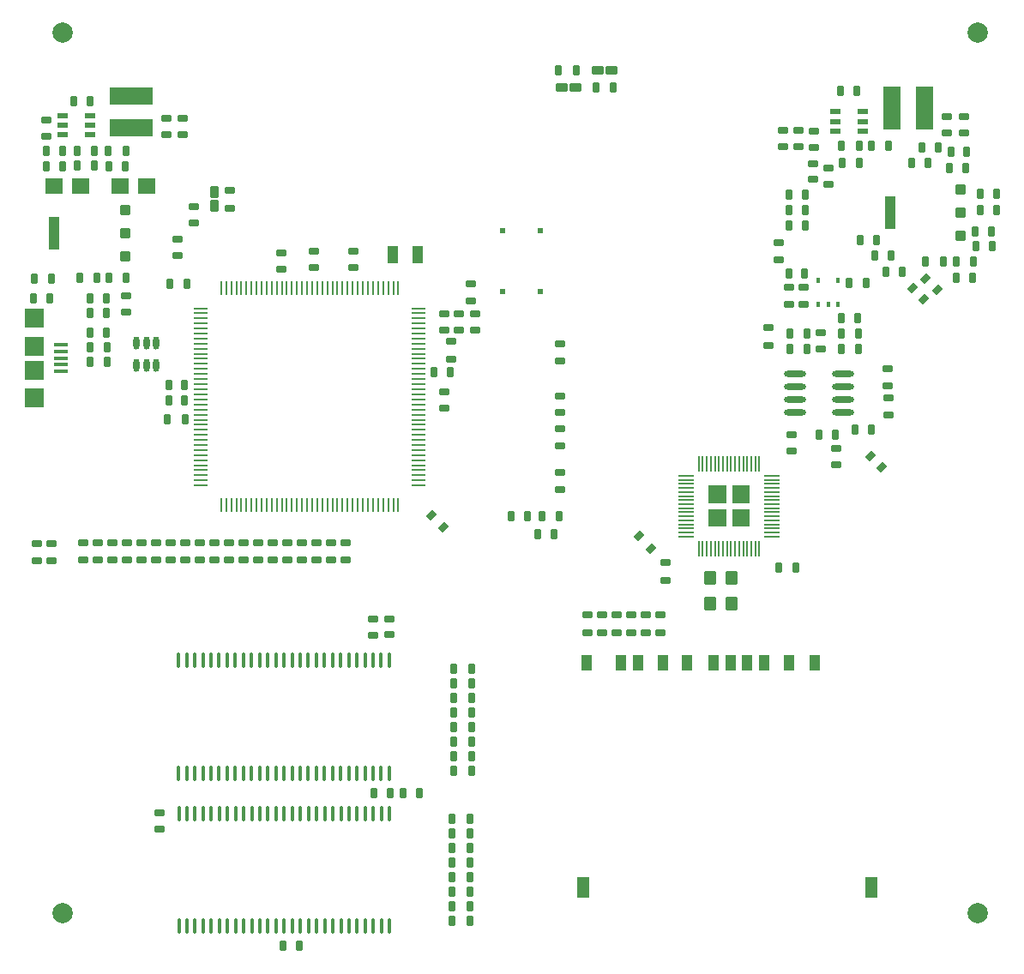
<source format=gtp>
G04 ================== begin FILE IDENTIFICATION RECORD ==================*
G04 Layout Name:  Beamforming_PCB_Ver1_0_1.brd*
G04 Film Name:    paste_top*
G04 File Format:  Gerber RS274X*
G04 File Origin:  Cadence Allegro 16.6-2015-S066*
G04 Origin Date:  Thu Mar 18 00:04:30 2021*
G04 *
G04 Layer:  VIA CLASS/PASTEMASK_TOP*
G04 Layer:  PIN/PASTEMASK_TOP*
G04 Layer:  PACKAGE GEOMETRY/PASTEMASK_TOP*
G04 *
G04 Offset:    (0.00 0.00)*
G04 Mirror:    No*
G04 Mode:      Positive*
G04 Rotation:  0*
G04 FullContactRelief:  No*
G04 UndefLineWidth:     0.00*
G04 ================== end FILE IDENTIFICATION RECORD ====================*
%FSLAX25Y25*MOIN*%
%IR0*IPPOS*OFA0.00000B0.00000*MIA0B0*SFA1.00000B1.00000*%
%AMMACRO16*
4,1,40,-.03051,-.02921,
.03051,-.02921,
.031194,-.029151,
.031857,-.028974,
.032479,-.028684,
.033041,-.028291,
.033527,-.027806,
.033921,-.027245,
.034211,-.026623,
.03439,-.02596,
.03445,-.02528,
.03445,.02528,
.034389,.025963,
.03421,.026626,
.033919,.027247,
.033525,.027809,
.033039,.028293,
.032476,.028686,
.031854,.028975,
.031191,.029151,
.03051,.02921,
-.03051,.02921,
-.031194,.029151,
-.031857,.028974,
-.032479,.028684,
-.033041,.028291,
-.033527,.027806,
-.033921,.027245,
-.034211,.026623,
-.03439,.02596,
-.03445,.02528,
-.03445,-.02528,
-.034389,-.025963,
-.03421,-.026626,
-.033919,-.027247,
-.033525,-.027809,
-.033039,-.028293,
-.032476,-.028686,
-.031854,-.028975,
-.031191,-.029151,
-.03051,-.02921,
0.0*
%
%ADD16MACRO16*%
%AMMACRO39*
4,1,38,.00394,.02559,
.00394,-.02559,
.00388,-.026274,
.003702,-.026938,
.003412,-.02756,
.003018,-.028123,
.002532,-.028608,
.00197,-.029002,
.001347,-.029292,
.000684,-.02947,
0.0,-.02953,
-.000684,-.02947,
-.001348,-.029292,
-.00197,-.029002,
-.002533,-.028608,
-.003018,-.028122,
-.003412,-.02756,
-.003702,-.026937,
-.00388,-.026274,
-.00394,-.02559,
-.00394,.02559,
-.00388,.026274,
-.003702,.026938,
-.003412,.02756,
-.003018,.028123,
-.002532,.028608,
-.00197,.029002,
-.001347,.029292,
-.000684,.02947,
0.0,.02953,
.000684,.02947,
.001348,.029292,
.00197,.029002,
.002533,.028608,
.003018,.028122,
.003412,.02756,
.003702,.026937,
.00388,.026274,
.00394,.02559,
0.0*
%
%ADD39MACRO39*%
%AMMACRO38*
4,1,38,.02559,-.00394,
-.02559,-.00394,
-.026274,-.00388,
-.026938,-.003702,
-.02756,-.003412,
-.028123,-.003018,
-.028608,-.002532,
-.029002,-.00197,
-.029292,-.001347,
-.02947,-.000684,
-.02953,0.0,
-.02947,.000684,
-.029292,.001348,
-.029002,.00197,
-.028608,.002533,
-.028122,.003018,
-.02756,.003412,
-.026937,.003702,
-.026274,.00388,
-.02559,.00394,
.02559,.00394,
.026274,.00388,
.026938,.003702,
.02756,.003412,
.028123,.003018,
.028608,.002532,
.029002,.00197,
.029292,.001347,
.02947,.000684,
.02953,0.0,
.02947,-.000684,
.029292,-.001348,
.029002,-.00197,
.028608,-.002533,
.028122,-.003018,
.02756,-.003412,
.026937,-.003702,
.026274,-.00388,
.02559,-.00394,
0.0*
%
%ADD38MACRO38*%
%ADD17C,.07874*%
%ADD23R,.16535X.07087*%
%ADD46R,.07087X.16535*%
%AMMACRO34*
4,1,44,.0187,.01575,
-.0187,.01575,
-.019384,.01569,
-.020047,.015513,
-.020669,.015223,
-.021232,.01483,
-.021718,.014344,
-.022112,.013782,
-.022402,.01316,
-.02258,.012497,
-.02264,.011813,
-.02264,.01181,
-.02264,-.01181,
-.02258,-.012494,
-.022403,-.013157,
-.022113,-.013779,
-.02172,-.014342,
-.021234,-.014828,
-.020672,-.015222,
-.02005,-.015512,
-.019387,-.01569,
-.018703,-.01575,
-.0187,-.01575,
.0187,-.01575,
.019384,-.01569,
.020047,-.015513,
.020669,-.015223,
.021232,-.01483,
.021718,-.014344,
.022112,-.013782,
.022402,-.01316,
.02258,-.012497,
.02264,-.011813,
.02264,-.01181,
.02264,.01181,
.02258,.012494,
.022403,.013157,
.022113,.013779,
.02172,.014342,
.021234,.014828,
.020672,.015222,
.02005,.015512,
.019387,.01569,
.018703,.01575,
.0187,.01575,
0.0*
%
%ADD34MACRO34*%
%AMMACRO29*
4,1,44,-.01575,.0187,
-.01575,-.0187,
-.01569,-.019384,
-.015513,-.020047,
-.015223,-.020669,
-.01483,-.021232,
-.014344,-.021718,
-.013782,-.022112,
-.01316,-.022402,
-.012497,-.02258,
-.011813,-.02264,
-.01181,-.02264,
.01181,-.02264,
.012494,-.02258,
.013157,-.022403,
.013779,-.022113,
.014342,-.02172,
.014828,-.021234,
.015222,-.020672,
.015512,-.02005,
.01569,-.019387,
.01575,-.018703,
.01575,-.0187,
.01575,.0187,
.01569,.019384,
.015513,.020047,
.015223,.020669,
.01483,.021232,
.014344,.021718,
.013782,.022112,
.01316,.022402,
.012497,.02258,
.011813,.02264,
.01181,.02264,
-.01181,.02264,
-.012494,.02258,
-.013157,.022403,
-.013779,.022113,
-.014342,.02172,
-.014828,.021234,
-.015222,.020672,
-.015512,.02005,
-.01569,.019387,
-.01575,.018703,
-.01575,.0187,
0.0*
%
%ADD29MACRO29*%
%AMMACRO32*
4,1,44,-.01865,-.00752,
-.00752,-.01865,
-.006991,-.019088,
-.006398,-.019432,
-.005753,-.019667,
-.005078,-.019787,
-.004392,-.019788,
-.003716,-.019669,
-.003072,-.019436,
-.002477,-.019093,
-.001951,-.018653,
-.00195,-.01865,
.01865,.00195,
.019092,.002475,
.019434,.003069,
.019669,.003714,
.019788,.004389,
.019787,.005075,
.019668,.005751,
.019433,.006395,
.01909,.006989,
.018648,.007514,
.01865,.00752,
.00752,.01865,
.006991,.019088,
.006398,.019432,
.005753,.019667,
.005078,.019787,
.004392,.019788,
.003716,.019669,
.003072,.019436,
.002477,.019093,
.001951,.018653,
.00195,.01865,
-.01865,-.00195,
-.019092,-.002475,
-.019434,-.003069,
-.019669,-.003714,
-.019788,-.004389,
-.019787,-.005075,
-.019668,-.005751,
-.019433,-.006395,
-.01909,-.006989,
-.018648,-.007514,
-.01865,-.00752,
0.0*
%
%ADD32MACRO32*%
%AMMACRO22*
4,1,40,-.0185,.00787,
-.0185,-.00787,
-.018441,-.008553,
-.018264,-.009216,
-.017975,-.009838,
-.017582,-.010401,
-.017098,-.010886,
-.016536,-.01128,
-.015915,-.011571,
-.015253,-.011749,
-.01457,-.01181,
.01457,-.01181,
.015253,-.011749,
.015916,-.011571,
.016537,-.01128,
.017098,-.010886,
.017583,-.0104,
.017975,-.009838,
.018264,-.009216,
.018441,-.008553,
.0185,-.00787,
.0185,.00787,
.018441,.008553,
.018264,.009216,
.017975,.009838,
.017582,.010401,
.017098,.010886,
.016536,.01128,
.015915,.011571,
.015253,.011749,
.01457,.01181,
-.01457,.01181,
-.015253,.011749,
-.015916,.011571,
-.016537,.01128,
-.017098,.010886,
-.017583,.0104,
-.017975,.009838,
-.018264,.009216,
-.018441,.008553,
-.0185,.00787,
0.0*
%
%ADD22MACRO22*%
%AMMACRO20*
4,1,40,.00787,.0185,
-.00787,.0185,
-.008553,.018441,
-.009216,.018264,
-.009838,.017975,
-.010401,.017582,
-.010886,.017098,
-.01128,.016536,
-.011571,.015915,
-.011749,.015253,
-.01181,.01457,
-.01181,-.01457,
-.011749,-.015253,
-.011571,-.015916,
-.01128,-.016537,
-.010886,-.017098,
-.0104,-.017583,
-.009838,-.017975,
-.009216,-.018264,
-.008553,-.018441,
-.00787,-.0185,
.00787,-.0185,
.008553,-.018441,
.009216,-.018264,
.009838,-.017975,
.010401,-.017582,
.010886,-.017098,
.01128,-.016536,
.011571,-.015915,
.011749,-.015253,
.01181,-.01457,
.01181,.01457,
.011749,.015253,
.011571,.015916,
.01128,.016537,
.010886,.017098,
.0104,.017583,
.009838,.017975,
.009216,.018264,
.008553,.018441,
.00787,.0185,
0.0*
%
%ADD20MACRO20*%
%AMMACRO45*
4,1,44,-.02018,-.00626,
-.00626,-.02018,
-.005737,-.020624,
-.005143,-.020967,
-.004498,-.021202,
-.003822,-.021321,
-.003136,-.021321,
-.00246,-.021202,
-.001815,-.020967,
-.001221,-.020624,
-.000695,-.020183,
-.00069,-.02018,
.02018,.00069,
.020621,.001216,
.020965,.00181,
.0212,.002454,
.021321,.00313,
.021322,.003816,
.021203,.004492,
.02097,.005138,
.020627,.005732,
.020187,.006259,
.02018,.00626,
.00626,.02018,
.005737,.020624,
.005143,.020967,
.004498,.021202,
.003822,.021321,
.003136,.021321,
.00246,.021202,
.001815,.020967,
.001221,.020624,
.000695,.020183,
.00069,.02018,
-.02018,-.00069,
-.020621,-.001216,
-.020965,-.00181,
-.0212,-.002454,
-.021321,-.00313,
-.021322,-.003816,
-.021203,-.004492,
-.02097,-.005138,
-.020627,-.005732,
-.020187,-.006259,
-.02018,-.00626,
0.0*
%
%ADD45MACRO45*%
%AMMACRO21*
4,1,44,.00984,.0187,
-.00984,.0187,
-.010524,.018641,
-.011187,.018464,
-.011809,.018174,
-.012371,.017781,
-.012857,.017296,
-.013251,.016734,
-.013542,.016113,
-.01372,.01545,
-.01378,.014766,
-.01378,.01476,
-.01378,-.01476,
-.013721,-.015444,
-.013544,-.016107,
-.013254,-.016729,
-.012861,-.017291,
-.012376,-.017777,
-.011814,-.018171,
-.011193,-.018462,
-.01053,-.01864,
-.009846,-.0187,
-.00984,-.0187,
.00984,-.0187,
.010524,-.018641,
.011187,-.018464,
.011809,-.018174,
.012371,-.017781,
.012857,-.017296,
.013251,-.016734,
.013542,-.016113,
.01372,-.01545,
.01378,-.014766,
.01378,-.01476,
.01378,.01476,
.013721,.015444,
.013544,.016107,
.013254,.016729,
.012861,.017291,
.012376,.017777,
.011814,.018171,
.011193,.018462,
.01053,.01864,
.009846,.0187,
.00984,.0187,
0.0*
%
%ADD21MACRO21*%
%AMMACRO14*
4,1,44,-.0187,.00984,
-.0187,-.00984,
-.018641,-.010524,
-.018464,-.011187,
-.018174,-.011809,
-.017781,-.012371,
-.017296,-.012857,
-.016734,-.013251,
-.016113,-.013542,
-.01545,-.01372,
-.014766,-.01378,
-.01476,-.01378,
.01476,-.01378,
.015444,-.013721,
.016107,-.013544,
.016729,-.013254,
.017291,-.012861,
.017777,-.012376,
.018171,-.011814,
.018462,-.011193,
.01864,-.01053,
.0187,-.009846,
.0187,-.00984,
.0187,.00984,
.018641,.010524,
.018464,.011187,
.018174,.011809,
.017781,.012371,
.017296,.012857,
.016734,.013251,
.016113,.013542,
.01545,.01372,
.014766,.01378,
.01476,.01378,
-.01476,.01378,
-.015444,.013721,
-.016107,.013544,
-.016729,.013254,
-.017291,.012861,
-.017777,.012376,
-.018171,.011814,
-.018462,.011193,
-.01864,.01053,
-.0187,.009846,
-.0187,.00984,
0.0*
%
%ADD14MACRO14*%
%AMMACRO42*
4,1,38,-.02559,.00394,
.02559,.00394,
.026274,.00388,
.026938,.003702,
.02756,.003412,
.028123,.003018,
.028608,.002532,
.029002,.00197,
.029292,.001347,
.02947,.000684,
.02953,0.0,
.02947,-.000684,
.029292,-.001348,
.029002,-.00197,
.028608,-.002533,
.028122,-.003018,
.02756,-.003412,
.026937,-.003702,
.026274,-.00388,
.02559,-.00394,
-.02559,-.00394,
-.026274,-.00388,
-.026938,-.003702,
-.02756,-.003412,
-.028123,-.003018,
-.028608,-.002532,
-.029002,-.00197,
-.029292,-.001347,
-.02947,-.000684,
-.02953,0.0,
-.02947,.000684,
-.029292,.001348,
-.029002,.00197,
-.028608,.002533,
-.028122,.003018,
-.02756,.003412,
-.026937,.003702,
-.026274,.00388,
-.02559,.00394,
0.0*
%
%ADD42MACRO42*%
%AMMACRO40*
4,1,38,-.00394,-.02559,
-.00394,.02559,
-.00388,.026274,
-.003702,.026938,
-.003412,.02756,
-.003018,.028123,
-.002532,.028608,
-.00197,.029002,
-.001347,.029292,
-.000684,.02947,
0.0,.02953,
.000684,.02947,
.001348,.029292,
.00197,.029002,
.002533,.028608,
.003018,.028122,
.003412,.02756,
.003702,.026937,
.00388,.026274,
.00394,.02559,
.00394,-.02559,
.00388,-.026274,
.003702,-.026938,
.003412,-.02756,
.003018,-.028123,
.002532,-.028608,
.00197,-.029002,
.001347,-.029292,
.000684,-.02947,
0.0,-.02953,
-.000684,-.02947,
-.001348,-.029292,
-.00197,-.029002,
-.002533,-.028608,
-.003018,-.028122,
-.003412,-.02756,
-.003702,-.026937,
-.00388,-.026274,
-.00394,-.02559,
0.0*
%
%ADD40MACRO40*%
%ADD43O,.08543X.02402*%
%ADD19R,.04331X.02362*%
%ADD33R,.02362X.02362*%
%ADD25O,.02362X.05118*%
%ADD44R,.01575X.02362*%
%ADD18R,.05315X.01575*%
%ADD27O,.01575X.05906*%
%ADD10R,.0748X.0748*%
%AMMACRO15*
4,1,44,.01988,-.06004,
.01988,.06004,
.019821,.060724,
.019643,.061387,
.019354,.062009,
.01896,.062572,
.018475,.063057,
.017913,.063451,
.017291,.063742,
.016629,.06392,
.015945,.06398,
.01594,.06398,
-.01594,.06398,
-.016624,.063921,
-.017287,.063743,
-.017909,.063454,
-.018472,.06306,
-.018957,.062575,
-.019351,.062013,
-.019642,.061391,
-.01982,.060729,
-.01988,.060045,
-.01988,.06004,
-.01988,-.06004,
-.019821,-.060724,
-.019643,-.061387,
-.019354,-.062009,
-.01896,-.062572,
-.018475,-.063057,
-.017913,-.063451,
-.017291,-.063742,
-.016629,-.06392,
-.015945,-.06398,
-.01594,-.06398,
.01594,-.06398,
.016624,-.063921,
.017287,-.063743,
.017909,-.063454,
.018472,-.06306,
.018957,-.062575,
.019351,-.062013,
.019642,-.061391,
.01982,-.060729,
.01988,-.060045,
.01988,-.06004,
0.0*
%
%ADD15MACRO15*%
%ADD36R,.03937X.05906*%
%AMMACRO24*
4,1,40,.01988,-.01457,
.01988,.01457,
.019819,.015253,
.019641,.015916,
.01935,.016537,
.018956,.017098,
.01847,.017583,
.017908,.017975,
.017286,.018264,
.016623,.018441,
.01594,.0185,
-.01594,.0185,
-.016623,.018441,
-.017286,.018264,
-.017908,.017975,
-.018471,.017583,
-.018956,.017098,
-.01935,.016537,
-.019641,.015915,
-.019819,.015253,
-.01988,.01457,
-.01988,-.01457,
-.019819,-.015253,
-.019641,-.015916,
-.01935,-.016537,
-.018956,-.017098,
-.01847,-.017583,
-.017908,-.017975,
-.017286,-.018264,
-.016623,-.018441,
-.01594,-.0185,
.01594,-.0185,
.016623,-.018441,
.017286,-.018264,
.017908,-.017975,
.018471,-.017583,
.018956,-.017098,
.01935,-.016537,
.019641,-.015915,
.019819,-.015253,
.01988,-.01457,
0.0*
%
%ADD24MACRO24*%
%AMMACRO41*
4,1,44,-.01811,-.02697,
.01811,-.02697,
.018794,-.02691,
.019457,-.026733,
.020079,-.026443,
.020642,-.02605,
.021128,-.025564,
.021522,-.025002,
.021812,-.02438,
.02199,-.023717,
.02205,-.023033,
.02205,-.02303,
.02205,.02303,
.02199,.023714,
.021813,.024377,
.021523,.024999,
.02113,.025562,
.020644,.026048,
.020082,.026442,
.01946,.026732,
.018797,.02691,
.018113,.02697,
.01811,.02697,
-.01811,.02697,
-.018794,.02691,
-.019457,.026733,
-.020079,.026443,
-.020642,.02605,
-.021128,.025564,
-.021522,.025002,
-.021812,.02438,
-.02199,.023717,
-.02205,.023033,
-.02205,.02303,
-.02205,-.02303,
-.02199,-.023714,
-.021813,-.024377,
-.021523,-.024999,
-.02113,-.025562,
-.020644,-.026048,
-.020082,-.026442,
-.01946,-.026732,
-.018797,-.02691,
-.018113,-.02697,
-.01811,-.02697,
0.0*
%
%ADD41MACRO41*%
%AMMACRO37*
4,1,44,-.0187,-.01575,
.0187,-.01575,
.019384,-.01569,
.020047,-.015513,
.020669,-.015223,
.021232,-.01483,
.021718,-.014344,
.022112,-.013782,
.022402,-.01316,
.02258,-.012497,
.02264,-.011813,
.02264,-.01181,
.02264,.01181,
.02258,.012494,
.022403,.013157,
.022113,.013779,
.02172,.014342,
.021234,.014828,
.020672,.015222,
.02005,.015512,
.019387,.01569,
.018703,.01575,
.0187,.01575,
-.0187,.01575,
-.019384,.01569,
-.020047,.015513,
-.020669,.015223,
-.021232,.01483,
-.021718,.014344,
-.022112,.013782,
-.022402,.01316,
-.02258,.012497,
-.02264,.011813,
-.02264,.01181,
-.02264,-.01181,
-.02258,-.012494,
-.022403,-.013157,
-.022113,-.013779,
-.02172,-.014342,
-.021234,-.014828,
-.020672,-.015222,
-.02005,-.015512,
-.019387,-.01569,
-.018703,-.01575,
-.0187,-.01575,
0.0*
%
%ADD37MACRO37*%
%ADD35R,.04724X.07874*%
%ADD31R,.03937X.07087*%
%AMMACRO12*
4,1,40,.0185,-.00787,
.0185,.00787,
.018441,.008553,
.018264,.009216,
.017975,.009838,
.017582,.010401,
.017098,.010886,
.016536,.01128,
.015915,.011571,
.015253,.011749,
.01457,.01181,
-.01457,.01181,
-.015253,.011749,
-.015916,.011571,
-.016537,.01128,
-.017098,.010886,
-.017583,.0104,
-.017975,.009838,
-.018264,.009216,
-.018441,.008553,
-.0185,.00787,
-.0185,-.00787,
-.018441,-.008553,
-.018264,-.009216,
-.017975,-.009838,
-.017582,-.010401,
-.017098,-.010886,
-.016536,-.01128,
-.015915,-.011571,
-.015253,-.011749,
-.01457,-.01181,
.01457,-.01181,
.015253,-.011749,
.015916,-.011571,
.016537,-.01128,
.017098,-.010886,
.017583,-.0104,
.017975,-.009838,
.018264,-.009216,
.018441,-.008553,
.0185,-.00787,
0.0*
%
%ADD12MACRO12*%
%ADD28R,.05799X.01098*%
%AMMACRO13*
4,1,40,-.00787,-.0185,
.00787,-.0185,
.008553,-.018441,
.009216,-.018264,
.009838,-.017975,
.010401,-.017582,
.010886,-.017098,
.01128,-.016536,
.011571,-.015915,
.011749,-.015253,
.01181,-.01457,
.01181,.01457,
.011749,.015253,
.011571,.015916,
.01128,.016537,
.010886,.017098,
.0104,.017583,
.009838,.017975,
.009216,.018264,
.008553,.018441,
.00787,.0185,
-.00787,.0185,
-.008553,.018441,
-.009216,.018264,
-.009838,.017975,
-.010401,.017582,
-.010886,.017098,
-.01128,.016536,
-.011571,.015915,
-.011749,.015253,
-.01181,.01457,
-.01181,-.01457,
-.011749,-.015253,
-.011571,-.015916,
-.01128,-.016537,
-.010886,-.017098,
-.0104,-.017583,
-.009838,-.017975,
-.009216,-.018264,
-.008553,-.018441,
-.00787,-.0185,
0.0*
%
%ADD13MACRO13*%
%ADD30R,.01098X.05799*%
%AMMACRO26*
4,1,44,.0187,-.00984,
.0187,.00984,
.018641,.010524,
.018464,.011187,
.018174,.011809,
.017781,.012371,
.017296,.012857,
.016734,.013251,
.016113,.013542,
.01545,.01372,
.014766,.01378,
.01476,.01378,
-.01476,.01378,
-.015444,.013721,
-.016107,.013544,
-.016729,.013254,
-.017291,.012861,
-.017777,.012376,
-.018171,.011814,
-.018462,.011193,
-.01864,.01053,
-.0187,.009846,
-.0187,.00984,
-.0187,-.00984,
-.018641,-.010524,
-.018464,-.011187,
-.018174,-.011809,
-.017781,-.012371,
-.017296,-.012857,
-.016734,-.013251,
-.016113,-.013542,
-.01545,-.01372,
-.014766,-.01378,
-.01476,-.01378,
.01476,-.01378,
.015444,-.013721,
.016107,-.013544,
.016729,-.013254,
.017291,-.012861,
.017777,-.012376,
.018171,-.011814,
.018462,-.011193,
.01864,-.01053,
.0187,-.009846,
.0187,-.00984,
0.0*
%
%ADD26MACRO26*%
%AMMACRO11*
4,1,44,-.00984,-.0187,
.00984,-.0187,
.010524,-.018641,
.011187,-.018464,
.011809,-.018174,
.012371,-.017781,
.012857,-.017296,
.013251,-.016734,
.013542,-.016113,
.01372,-.01545,
.01378,-.014766,
.01378,-.01476,
.01378,.01476,
.013721,.015444,
.013544,.016107,
.013254,.016729,
.012861,.017291,
.012376,.017777,
.011814,.018171,
.011193,.018462,
.01053,.01864,
.009846,.0187,
.00984,.0187,
-.00984,.0187,
-.010524,.018641,
-.011187,.018464,
-.011809,.018174,
-.012371,.017781,
-.012857,.017296,
-.013251,.016734,
-.013542,.016113,
-.01372,.01545,
-.01378,.014766,
-.01378,.01476,
-.01378,-.01476,
-.013721,-.015444,
-.013544,-.016107,
-.013254,-.016729,
-.012861,-.017291,
-.012376,-.017777,
-.011814,-.018171,
-.011193,-.018462,
-.01053,-.01864,
-.009846,-.0187,
-.00984,-.0187,
0.0*
%
%ADD11MACRO11*%
G75*
%LPD*%
G75*
G36*
G01X269969Y192757D02*
X276819D01*
Y199619D01*
X269969D01*
Y192757D01*
G37*
G36*
G01Y208831D02*
X276819D01*
Y201981D01*
X269969D01*
Y208831D01*
G37*
G36*
G01X286035Y192765D02*
X279181D01*
Y199619D01*
X286035D01*
Y192765D01*
G37*
G36*
G01X286039Y208831D02*
Y201981D01*
X279181D01*
Y208831D01*
X286039D01*
G37*
G54D10*
X7865Y242795D03*
Y253622D03*
Y263071D03*
Y273898D03*
G54D11*
X7750Y281700D03*
X12750Y333000D03*
Y339000D03*
X14050Y281700D03*
X19050Y333000D03*
Y339000D03*
X29750Y268100D03*
Y275800D03*
Y281600D03*
X36050Y268100D03*
Y275800D03*
Y281600D03*
X140050Y89200D03*
X146350D03*
X151250D03*
X157550D03*
X163250Y252900D03*
X169550D03*
X193250Y197000D03*
X199550D03*
X301150Y291300D03*
X307450D03*
X312850Y228600D03*
X319150D03*
X321750Y273800D03*
X328050D03*
X348850Y334200D03*
X352850Y340200D03*
X355150Y334200D03*
X359150Y340200D03*
X366250Y289600D03*
X372550D03*
X373850Y301800D03*
X373750Y307600D03*
X375550Y316000D03*
Y322200D03*
X380150Y301800D03*
X380050Y307600D03*
X381850Y316000D03*
Y322200D03*
G54D20*
X24494Y333100D03*
Y338800D03*
X31306Y333100D03*
Y338800D03*
X36894Y289600D03*
X36794Y339000D03*
X43706Y289600D03*
X43606Y339000D03*
X226194Y363600D03*
X233006D03*
X321894Y334200D03*
X324594Y287500D03*
X328706Y334200D03*
X331406Y287500D03*
X333294Y340900D03*
X340106D03*
X354394Y295900D03*
X361206D03*
X366194D03*
X373006D03*
G54D30*
X82500Y201100D03*
X80600D03*
Y285500D03*
X82500D03*
X84500Y201100D03*
Y285500D03*
X88400Y201100D03*
X86500D03*
Y285500D03*
X88400D03*
X90400Y201100D03*
Y285500D03*
X94300Y201100D03*
X92400D03*
Y285500D03*
X94300D03*
X96300Y201100D03*
Y285500D03*
X100200Y201100D03*
X98300D03*
Y285500D03*
X100200D03*
X102200Y201100D03*
Y285500D03*
X104200Y201100D03*
Y285500D03*
X108100Y201100D03*
X106100D03*
Y285500D03*
X108100D03*
X110100Y201100D03*
Y285500D03*
X114000Y201100D03*
X112000D03*
Y285500D03*
X114000D03*
X116000Y201100D03*
Y285500D03*
X119900Y201100D03*
X118000D03*
Y285500D03*
X119900D03*
X121900Y201100D03*
Y285500D03*
X125800Y201100D03*
X123900D03*
Y285500D03*
X125800D03*
X127800Y201100D03*
Y285500D03*
X129800Y201100D03*
Y285500D03*
X133700Y201100D03*
X131700D03*
Y285500D03*
X133700D03*
X135700Y201100D03*
Y285500D03*
X139600Y201100D03*
X137600D03*
Y285500D03*
X139600D03*
X141600Y201100D03*
Y285500D03*
X145500Y201100D03*
X143500D03*
Y285500D03*
X145500D03*
X147500Y201100D03*
Y285500D03*
X149400Y201100D03*
Y285500D03*
G54D12*
X9030Y179594D03*
Y186406D03*
X14700Y179594D03*
Y186406D03*
X32590Y179794D03*
Y186606D03*
X84000Y316694D03*
Y323506D03*
X212400Y207094D03*
Y213906D03*
Y224194D03*
Y231006D03*
X222960Y151694D03*
Y158506D03*
X228630Y151694D03*
Y158506D03*
X234300Y151694D03*
Y158506D03*
X240030Y151694D03*
Y158506D03*
X245700Y151694D03*
Y158506D03*
X251370Y151694D03*
Y158506D03*
X253400Y171994D03*
Y178806D03*
X293400Y263294D03*
Y270106D03*
X339900Y236194D03*
Y243006D03*
X339800Y247494D03*
Y254306D03*
G54D21*
X23350Y358400D03*
X29650D03*
X37050Y333000D03*
X43350D03*
X60150Y241800D03*
Y247900D03*
X66450Y241800D03*
Y247900D03*
X104650Y29800D03*
X110950D03*
X203550Y189900D03*
X209850D03*
X301250Y309900D03*
X301350Y315900D03*
X301250Y321900D03*
X307550Y309900D03*
X307650Y315900D03*
X307550Y321900D03*
X321250Y362300D03*
X326950Y230600D03*
X327550Y362300D03*
X328850Y304100D03*
X333250Y230600D03*
X334650Y298100D03*
X335150Y304100D03*
X338950Y291800D03*
X340950Y298100D03*
X345250Y291800D03*
X363650Y332400D03*
X364150Y338600D03*
X369950Y332400D03*
X370450Y338600D03*
G54D13*
X7994Y289200D03*
X14806D03*
X25494Y289500D03*
X29494Y256741D03*
Y262411D03*
X32306Y289500D03*
X36306Y256741D03*
Y262411D03*
X59794Y234600D03*
X60494Y287100D03*
X66606Y234600D03*
X67306Y287100D03*
X170394Y39500D03*
Y45170D03*
Y50840D03*
Y56510D03*
Y62180D03*
Y67850D03*
Y73520D03*
Y79190D03*
X171094Y97880D03*
Y103550D03*
Y109220D03*
Y114890D03*
Y120560D03*
Y126230D03*
Y131900D03*
Y137570D03*
X177206Y39500D03*
Y45170D03*
Y50840D03*
Y56510D03*
Y62180D03*
Y67850D03*
Y73520D03*
Y79190D03*
X177906Y97880D03*
Y103550D03*
Y109220D03*
Y114890D03*
Y120560D03*
Y126230D03*
Y131900D03*
Y137570D03*
X205294Y197000D03*
X211694Y370100D03*
X212106Y197000D03*
X218506Y370100D03*
X297294Y177000D03*
X301594Y262030D03*
Y267900D03*
X304106Y177000D03*
X308406Y262030D03*
Y267900D03*
X321494Y262030D03*
Y267900D03*
X321794Y340800D03*
X328306Y262030D03*
Y267900D03*
X328606Y340800D03*
G54D31*
X147179Y298600D03*
X157021D03*
G54D40*
X266189Y217335D03*
X267764D03*
X269339D03*
X270913D03*
X272488D03*
X274063D03*
X275638D03*
X277213D03*
X278787D03*
X280362D03*
X281937D03*
X283512D03*
X285087D03*
X286661D03*
X288236D03*
X289811D03*
G54D22*
X26920Y179794D03*
Y186606D03*
X38260Y179794D03*
Y186606D03*
X43930Y179794D03*
Y186606D03*
X49600Y179794D03*
Y186606D03*
X55270Y179794D03*
Y186606D03*
X60940Y179794D03*
Y186606D03*
X66610Y179794D03*
Y186606D03*
X72280Y179794D03*
Y186606D03*
X77950Y179794D03*
Y186606D03*
X83620Y179794D03*
Y186606D03*
X89290Y179794D03*
Y186606D03*
X94960Y179794D03*
Y186606D03*
X100630Y179794D03*
Y186606D03*
X106300Y179794D03*
Y186606D03*
X111970Y179794D03*
Y186606D03*
X117640Y179794D03*
Y186606D03*
X123310Y179794D03*
Y186606D03*
X128980Y179794D03*
Y186606D03*
X170100Y257994D03*
Y264806D03*
X177700Y280494D03*
Y287306D03*
X212300Y257094D03*
Y263906D03*
X297300Y296494D03*
Y303306D03*
X301300Y279094D03*
Y285906D03*
X306970Y279094D03*
Y285906D03*
G54D41*
X270706Y162820D03*
Y172780D03*
X278894Y162820D03*
Y172780D03*
G54D14*
X12500Y344550D03*
Y350850D03*
X43800Y276250D03*
Y282550D03*
X63800Y298350D03*
Y304650D03*
X167200Y269350D03*
Y275650D03*
X173100Y269350D03*
Y275650D03*
X179400Y269350D03*
Y275650D03*
X212300Y237150D03*
Y243450D03*
G54D32*
X162292Y197308D03*
X167108Y192492D03*
X242892Y189108D03*
X247708Y184292D03*
G54D23*
X45600Y347802D03*
Y360400D03*
G54D24*
X43260Y297945D03*
Y307000D03*
Y316055D03*
X368060Y305945D03*
Y315000D03*
Y324055D03*
G54D15*
X15740Y307000D03*
X340540Y315000D03*
G54D33*
X190033Y284163D03*
Y307785D03*
X204600Y284163D03*
Y307785D03*
G54D42*
X294535Y190564D03*
Y188989D03*
Y193713D03*
Y192139D03*
Y195288D03*
Y198438D03*
Y196863D03*
Y201587D03*
Y200013D03*
Y204737D03*
Y203162D03*
Y207887D03*
Y206312D03*
Y209461D03*
Y212611D03*
Y211036D03*
G54D25*
X47760Y255569D03*
Y264231D03*
X51500Y255569D03*
Y264231D03*
X55240Y255569D03*
Y264231D03*
G54D43*
X303789Y237300D03*
Y242300D03*
Y247300D03*
Y252300D03*
X322411Y237300D03*
Y242300D03*
Y247300D03*
Y252300D03*
G54D34*
X213043Y363600D03*
X218357D03*
G54D16*
X15683Y325100D03*
X26117D03*
X41183D03*
X51617D03*
G54D26*
X56800Y75350D03*
Y81650D03*
X59300Y345150D03*
Y351450D03*
X65700Y345150D03*
Y351450D03*
X69900Y311050D03*
Y317350D03*
X104100Y292950D03*
Y299250D03*
X116600Y293450D03*
Y299750D03*
X132000Y293550D03*
Y299850D03*
X139600Y150650D03*
Y156950D03*
X145900Y150750D03*
Y157050D03*
X167300Y239050D03*
Y245350D03*
X299000Y340450D03*
Y346750D03*
X302400Y222250D03*
Y228550D03*
X305100Y340450D03*
Y346750D03*
X310700Y327750D03*
Y334050D03*
X310900Y340350D03*
Y346650D03*
X313600Y262050D03*
Y268350D03*
X316800Y326050D03*
Y332350D03*
X319600Y216850D03*
Y223150D03*
X362500Y345950D03*
Y352250D03*
X369300Y345850D03*
Y352150D03*
G54D35*
X221162Y52446D03*
X333170D03*
G54D44*
X312800Y279100D03*
Y288549D03*
X316540Y279100D03*
X320280D03*
Y288549D03*
G54D17*
X18900Y42700D03*
Y384800D03*
X374800Y42700D03*
Y384800D03*
G54D36*
X222737Y139848D03*
X235926D03*
X242619D03*
X252186D03*
X261674D03*
X271871D03*
X278564D03*
X285060D03*
X291556D03*
X301398D03*
X311241D03*
G54D27*
X64155Y37431D03*
Y81369D03*
X64055Y96931D03*
Y140869D03*
X67305Y37431D03*
Y81369D03*
X67205Y96931D03*
Y140869D03*
X70454Y37431D03*
Y81369D03*
X70354Y96931D03*
Y140869D03*
X73604Y37431D03*
Y81369D03*
X73504Y96931D03*
Y140869D03*
X76754Y37431D03*
Y81369D03*
X76654Y96931D03*
Y140869D03*
X79903Y37431D03*
Y81369D03*
X79803Y96931D03*
Y140869D03*
X83053Y37431D03*
Y81369D03*
X82953Y96931D03*
Y140869D03*
X86202Y37431D03*
Y81369D03*
X86102Y96931D03*
Y140869D03*
X89352Y37431D03*
Y81369D03*
X89252Y96931D03*
Y140869D03*
X92502Y37431D03*
Y81369D03*
X92402Y96931D03*
Y140869D03*
X95651Y37431D03*
Y81369D03*
X95551Y96931D03*
Y140869D03*
X98801Y37431D03*
Y81369D03*
X98701Y96931D03*
Y140869D03*
X101950Y37431D03*
Y81369D03*
X101850Y96931D03*
Y140869D03*
X105100Y37431D03*
Y81369D03*
X105000Y96931D03*
Y140869D03*
X108250Y37431D03*
Y81369D03*
X108150Y96931D03*
Y140869D03*
X111399Y37431D03*
Y81369D03*
X111299Y96931D03*
Y140869D03*
X114549Y37431D03*
Y81369D03*
X114449Y96931D03*
Y140869D03*
X117698Y37431D03*
Y81369D03*
X117598Y96931D03*
Y140869D03*
X120848Y37431D03*
Y81369D03*
X120748Y96931D03*
Y140869D03*
X123998Y37431D03*
Y81369D03*
X123898Y96931D03*
Y140869D03*
X127147Y37431D03*
Y81369D03*
X127047Y96931D03*
Y140869D03*
X130297Y37431D03*
Y81369D03*
X130197Y96931D03*
Y140869D03*
X133446Y37431D03*
Y81369D03*
X133346Y96931D03*
Y140869D03*
X136596Y37431D03*
Y81369D03*
X136496Y96931D03*
Y140869D03*
X139746Y37431D03*
Y81369D03*
X139646Y96931D03*
Y140869D03*
X142895Y37431D03*
Y81369D03*
X142795Y96931D03*
Y140869D03*
X146045Y37431D03*
Y81369D03*
X145945Y96931D03*
Y140869D03*
G54D18*
X18396Y253228D03*
Y255787D03*
Y258346D03*
Y260906D03*
Y263465D03*
G54D45*
X332973Y220227D03*
X337427Y215773D03*
X349273Y285727D03*
X353727Y281273D03*
X354473Y289227D03*
X358927Y284773D03*
G54D28*
X72800Y208900D03*
Y210800D03*
Y212800D03*
Y214800D03*
Y216700D03*
Y218700D03*
Y220700D03*
Y222600D03*
Y224600D03*
Y226600D03*
Y228500D03*
Y230500D03*
Y232500D03*
Y234400D03*
Y236400D03*
Y238400D03*
Y240300D03*
Y242300D03*
Y244300D03*
Y246300D03*
Y248200D03*
Y250200D03*
Y252200D03*
Y254100D03*
Y256100D03*
Y258100D03*
Y262000D03*
Y260000D03*
Y264000D03*
Y265900D03*
Y267900D03*
Y269900D03*
Y271800D03*
Y273800D03*
Y275800D03*
Y277700D03*
X157200Y210800D03*
Y208900D03*
Y212800D03*
Y214800D03*
Y218700D03*
Y216700D03*
Y220700D03*
Y224600D03*
Y222600D03*
Y226600D03*
Y230500D03*
Y228500D03*
Y232500D03*
Y236400D03*
Y234400D03*
Y238400D03*
Y240300D03*
Y244300D03*
Y242300D03*
Y246300D03*
Y250200D03*
Y248200D03*
Y252200D03*
Y256100D03*
Y254100D03*
Y258100D03*
Y260000D03*
Y262000D03*
Y264000D03*
Y265900D03*
Y269900D03*
Y267900D03*
Y271800D03*
Y275800D03*
Y273800D03*
Y277700D03*
G54D37*
X226943Y370100D03*
X232257D03*
G54D19*
X19000Y345120D03*
Y348860D03*
Y352600D03*
X29630Y345120D03*
Y348860D03*
Y352600D03*
X319400Y346620D03*
Y350360D03*
Y354100D03*
X330030Y346620D03*
Y350360D03*
Y354100D03*
G54D46*
X341300Y355500D03*
X353898D03*
G54D29*
X77900Y317443D03*
Y322757D03*
G54D38*
X261465Y188989D03*
Y190564D03*
Y192139D03*
Y193713D03*
Y195288D03*
Y196863D03*
Y198438D03*
Y200013D03*
Y201587D03*
Y203162D03*
Y204737D03*
Y206312D03*
Y207887D03*
Y209461D03*
Y211036D03*
Y212611D03*
G54D39*
X266189Y184265D03*
X269339D03*
X267764D03*
X272488D03*
X270913D03*
X275638D03*
X274063D03*
X278787D03*
X277213D03*
X280362D03*
X283512D03*
X281937D03*
X286661D03*
X285087D03*
X289811D03*
X288236D03*
M02*

</source>
